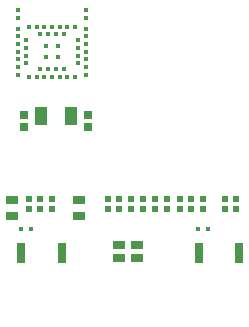
<source format=gtp>
G04*
G04 #@! TF.GenerationSoftware,Altium Limited,Altium Designer,21.6.4 (81)*
G04*
G04 Layer_Color=8421504*
%FSLAX44Y44*%
%MOMM*%
G71*
G04*
G04 #@! TF.SameCoordinates,998CE461-73B7-439C-9EE3-FAF607E45F75*
G04*
G04*
G04 #@! TF.FilePolarity,Positive*
G04*
G01*
G75*
%ADD14R,0.7200X0.7200*%
%ADD15R,0.3600X0.3500*%
%ADD16R,0.5500X0.5200*%
%ADD17R,0.8000X1.7000*%
%ADD18R,0.3500X0.3500*%
%ADD19R,0.4200X0.4200*%
%ADD20R,1.0000X1.5500*%
%ADD21C,0.0100*%
%ADD22R,1.0200X0.6400*%
%ADD23R,1.0000X0.8000*%
D14*
X74400Y266350D02*
D03*
Y256150D02*
D03*
X20400Y266350D02*
D03*
Y256150D02*
D03*
D15*
X176200Y170000D02*
D03*
X167800D02*
D03*
X26200D02*
D03*
X17800D02*
D03*
D16*
X172000Y187000D02*
D03*
Y195000D02*
D03*
X200000Y187000D02*
D03*
Y195000D02*
D03*
X44000D02*
D03*
Y187000D02*
D03*
X190000Y195000D02*
D03*
Y187000D02*
D03*
X24000D02*
D03*
Y195000D02*
D03*
X34000Y187000D02*
D03*
Y195000D02*
D03*
X101000Y187000D02*
D03*
Y195000D02*
D03*
X131000Y187000D02*
D03*
Y195000D02*
D03*
X111000Y187000D02*
D03*
Y195000D02*
D03*
X121000Y187000D02*
D03*
Y195000D02*
D03*
X141000Y187000D02*
D03*
Y195000D02*
D03*
X91000Y187000D02*
D03*
Y195000D02*
D03*
X152000Y187000D02*
D03*
X162000D02*
D03*
X152000Y195000D02*
D03*
X162000D02*
D03*
D17*
X168000Y150000D02*
D03*
X202000D02*
D03*
X18000D02*
D03*
X52000D02*
D03*
D18*
X40650Y334870D02*
D03*
X53650D02*
D03*
X40650Y305120D02*
D03*
X56900Y298620D02*
D03*
X37400D02*
D03*
X34150Y334870D02*
D03*
X47150D02*
D03*
X24400Y341370D02*
D03*
X30900D02*
D03*
X37400D02*
D03*
X43900D02*
D03*
X50400D02*
D03*
X56900D02*
D03*
X63400D02*
D03*
X65800Y329750D02*
D03*
Y323250D02*
D03*
Y316750D02*
D03*
Y310250D02*
D03*
X72300Y355420D02*
D03*
Y348920D02*
D03*
Y339500D02*
D03*
Y333000D02*
D03*
Y326500D02*
D03*
Y320000D02*
D03*
Y313500D02*
D03*
Y307000D02*
D03*
Y300500D02*
D03*
X53650Y305120D02*
D03*
X47150D02*
D03*
X34150D02*
D03*
X63400Y298620D02*
D03*
X50400D02*
D03*
X43900D02*
D03*
X30900D02*
D03*
X24400D02*
D03*
X22000Y310250D02*
D03*
Y316750D02*
D03*
Y323250D02*
D03*
Y329750D02*
D03*
X15500Y300500D02*
D03*
Y307000D02*
D03*
Y313500D02*
D03*
Y320000D02*
D03*
Y326500D02*
D03*
Y333000D02*
D03*
Y339500D02*
D03*
Y348920D02*
D03*
Y355420D02*
D03*
D19*
X49100Y324500D02*
D03*
Y315500D02*
D03*
X38700D02*
D03*
Y324500D02*
D03*
D20*
X60400Y265750D02*
D03*
X34400D02*
D03*
D21*
X97300Y93650D02*
D03*
Y106350D02*
D03*
X110000Y93650D02*
D03*
Y106350D02*
D03*
X122700Y93650D02*
D03*
Y106350D02*
D03*
D22*
X67000Y194850D02*
D03*
Y181150D02*
D03*
X10000Y194850D02*
D03*
Y181150D02*
D03*
D23*
X100450Y145630D02*
D03*
X115450D02*
D03*
Y156630D02*
D03*
X100450D02*
D03*
M02*

</source>
